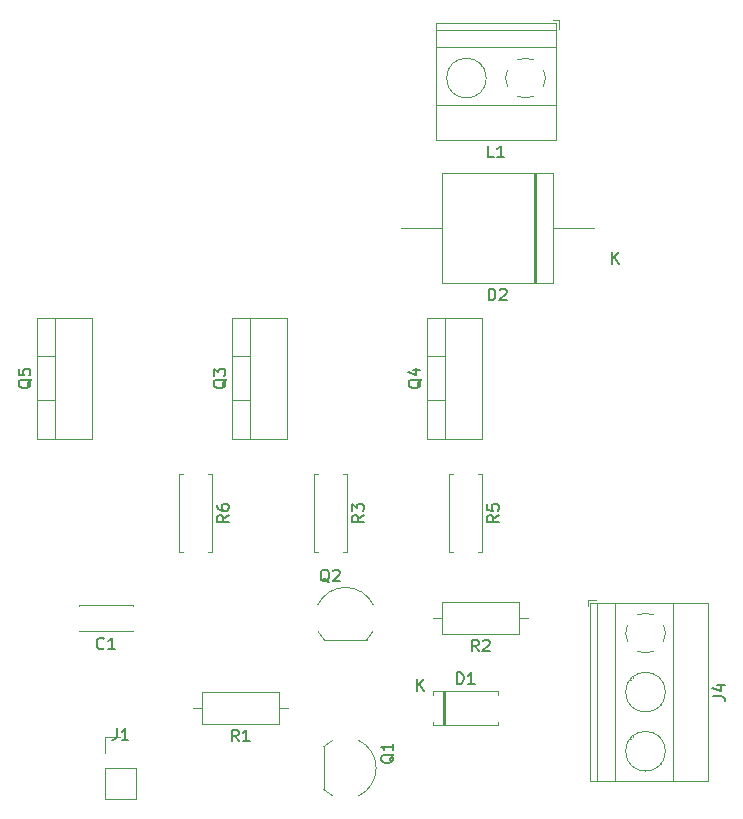
<source format=gbr>
G04 #@! TF.GenerationSoftware,KiCad,Pcbnew,(5.0.2)-1*
G04 #@! TF.CreationDate,2019-07-24T01:21:19+02:00*
G04 #@! TF.ProjectId,Cern2,4365726e-322e-46b6-9963-61645f706362,rev?*
G04 #@! TF.SameCoordinates,Original*
G04 #@! TF.FileFunction,Legend,Top*
G04 #@! TF.FilePolarity,Positive*
%FSLAX46Y46*%
G04 Gerber Fmt 4.6, Leading zero omitted, Abs format (unit mm)*
G04 Created by KiCad (PCBNEW (5.0.2)-1) date 24/07/2019 01:21:19*
%MOMM*%
%LPD*%
G01*
G04 APERTURE LIST*
%ADD10C,0.120000*%
%ADD11C,0.150000*%
G04 APERTURE END LIST*
D10*
G04 #@! TO.C,Q2*
X95034184Y-73512795D02*
G75*
G02X94510000Y-74240000I-2324184J1122795D01*
G01*
X95066400Y-71291193D02*
G75*
G03X92710000Y-69790000I-2356400J-1098807D01*
G01*
X90353600Y-71291193D02*
G75*
G02X92710000Y-69790000I2356400J-1098807D01*
G01*
X90385816Y-73512795D02*
G75*
G03X90910000Y-74240000I2324184J1122795D01*
G01*
X90910000Y-74240000D02*
X94510000Y-74240000D01*
G04 #@! TO.C,Q1*
X91587205Y-87414184D02*
G75*
G02X90860000Y-86890000I1122795J2324184D01*
G01*
X93808807Y-87446400D02*
G75*
G03X95310000Y-85090000I-1098807J2356400D01*
G01*
X93808807Y-82733600D02*
G75*
G02X95310000Y-85090000I-1098807J-2356400D01*
G01*
X91587205Y-82765816D02*
G75*
G03X90860000Y-83290000I1122795J-2324184D01*
G01*
X90860000Y-83290000D02*
X90860000Y-86890000D01*
G04 #@! TO.C,J1*
X72330000Y-82490000D02*
X73660000Y-82490000D01*
X72330000Y-83820000D02*
X72330000Y-82490000D01*
X72330000Y-85090000D02*
X74990000Y-85090000D01*
X74990000Y-85090000D02*
X74990000Y-87690000D01*
X72330000Y-85090000D02*
X72330000Y-87690000D01*
X72330000Y-87690000D02*
X74990000Y-87690000D01*
G04 #@! TO.C,R6*
X78640000Y-66770000D02*
X78970000Y-66770000D01*
X78640000Y-60230000D02*
X78640000Y-66770000D01*
X78970000Y-60230000D02*
X78640000Y-60230000D01*
X81380000Y-66770000D02*
X81050000Y-66770000D01*
X81380000Y-60230000D02*
X81380000Y-66770000D01*
X81050000Y-60230000D02*
X81380000Y-60230000D01*
G04 #@! TO.C,R5*
X101500000Y-66770000D02*
X101830000Y-66770000D01*
X101500000Y-60230000D02*
X101500000Y-66770000D01*
X101830000Y-60230000D02*
X101500000Y-60230000D01*
X104240000Y-66770000D02*
X103910000Y-66770000D01*
X104240000Y-60230000D02*
X104240000Y-66770000D01*
X103910000Y-60230000D02*
X104240000Y-60230000D01*
G04 #@! TO.C,R3*
X90070000Y-66770000D02*
X90400000Y-66770000D01*
X90070000Y-60230000D02*
X90070000Y-66770000D01*
X90400000Y-60230000D02*
X90070000Y-60230000D01*
X92810000Y-66770000D02*
X92480000Y-66770000D01*
X92810000Y-60230000D02*
X92810000Y-66770000D01*
X92480000Y-60230000D02*
X92810000Y-60230000D01*
G04 #@! TO.C,R2*
X100100000Y-72390000D02*
X100870000Y-72390000D01*
X108180000Y-72390000D02*
X107410000Y-72390000D01*
X100870000Y-73760000D02*
X107410000Y-73760000D01*
X100870000Y-71020000D02*
X100870000Y-73760000D01*
X107410000Y-71020000D02*
X100870000Y-71020000D01*
X107410000Y-73760000D02*
X107410000Y-71020000D01*
G04 #@! TO.C,R1*
X79780000Y-80010000D02*
X80550000Y-80010000D01*
X87860000Y-80010000D02*
X87090000Y-80010000D01*
X80550000Y-81380000D02*
X87090000Y-81380000D01*
X80550000Y-78640000D02*
X80550000Y-81380000D01*
X87090000Y-78640000D02*
X80550000Y-78640000D01*
X87090000Y-81380000D02*
X87090000Y-78640000D01*
G04 #@! TO.C,Q5*
X66580000Y-50219000D02*
X68090000Y-50219000D01*
X66580000Y-53920000D02*
X68090000Y-53920000D01*
X68090000Y-57190000D02*
X68090000Y-46950000D01*
X66580000Y-46950000D02*
X71221000Y-46950000D01*
X66580000Y-57190000D02*
X71221000Y-57190000D01*
X71221000Y-57190000D02*
X71221000Y-46950000D01*
X66580000Y-57190000D02*
X66580000Y-46950000D01*
G04 #@! TO.C,Q4*
X99600000Y-50219000D02*
X101110000Y-50219000D01*
X99600000Y-53920000D02*
X101110000Y-53920000D01*
X101110000Y-57190000D02*
X101110000Y-46950000D01*
X99600000Y-46950000D02*
X104241000Y-46950000D01*
X99600000Y-57190000D02*
X104241000Y-57190000D01*
X104241000Y-57190000D02*
X104241000Y-46950000D01*
X99600000Y-57190000D02*
X99600000Y-46950000D01*
G04 #@! TO.C,Q3*
X83090000Y-50219000D02*
X84600000Y-50219000D01*
X83090000Y-53920000D02*
X84600000Y-53920000D01*
X84600000Y-57190000D02*
X84600000Y-46950000D01*
X83090000Y-46950000D02*
X87731000Y-46950000D01*
X83090000Y-57190000D02*
X87731000Y-57190000D01*
X87731000Y-57190000D02*
X87731000Y-46950000D01*
X83090000Y-57190000D02*
X83090000Y-46950000D01*
G04 #@! TO.C,L1*
X110750000Y-21770000D02*
X110250000Y-21770000D01*
X110750000Y-22510000D02*
X110750000Y-21770000D01*
X104177000Y-25647000D02*
X104224000Y-25601000D01*
X101880000Y-27945000D02*
X101915000Y-27909000D01*
X103984000Y-25431000D02*
X104019000Y-25396000D01*
X101675000Y-27739000D02*
X101722000Y-27693000D01*
X100390000Y-31931000D02*
X100390000Y-22010000D01*
X110510000Y-31931000D02*
X110510000Y-22010000D01*
X110510000Y-22010000D02*
X100390000Y-22010000D01*
X110510000Y-31931000D02*
X100390000Y-31931000D01*
X110510000Y-28971000D02*
X100390000Y-28971000D01*
X110510000Y-24070000D02*
X100390000Y-24070000D01*
X110510000Y-22570000D02*
X100390000Y-22570000D01*
X104630000Y-26670000D02*
G75*
G03X104630000Y-26670000I-1680000J0D01*
G01*
X107921195Y-24989747D02*
G75*
G02X108634000Y-25135000I28805J-1680253D01*
G01*
X109485426Y-25986958D02*
G75*
G02X109485000Y-27354000I-1535426J-683042D01*
G01*
X108633042Y-28205426D02*
G75*
G02X107266000Y-28205000I-683042J1535426D01*
G01*
X106414574Y-27353042D02*
G75*
G02X106415000Y-25986000I1535426J683042D01*
G01*
X107266682Y-25135244D02*
G75*
G02X107950000Y-24990000I683318J-1534756D01*
G01*
G04 #@! TO.C,J4*
X113210000Y-70860000D02*
X113210000Y-71360000D01*
X113950000Y-70860000D02*
X113210000Y-70860000D01*
X117087000Y-82433000D02*
X117041000Y-82386000D01*
X119385000Y-84730000D02*
X119349000Y-84695000D01*
X116871000Y-82626000D02*
X116836000Y-82591000D01*
X119179000Y-84935000D02*
X119133000Y-84888000D01*
X117087000Y-77433000D02*
X117041000Y-77386000D01*
X119385000Y-79730000D02*
X119349000Y-79695000D01*
X116871000Y-77626000D02*
X116836000Y-77591000D01*
X119179000Y-79935000D02*
X119133000Y-79888000D01*
X123371000Y-86220000D02*
X113450000Y-86220000D01*
X123371000Y-71100000D02*
X113450000Y-71100000D01*
X113450000Y-71100000D02*
X113450000Y-86220000D01*
X123371000Y-71100000D02*
X123371000Y-86220000D01*
X120411000Y-71100000D02*
X120411000Y-86220000D01*
X115510000Y-71100000D02*
X115510000Y-86220000D01*
X114010000Y-71100000D02*
X114010000Y-86220000D01*
X119790000Y-83660000D02*
G75*
G03X119790000Y-83660000I-1680000J0D01*
G01*
X119790000Y-78660000D02*
G75*
G03X119790000Y-78660000I-1680000J0D01*
G01*
X116429747Y-73688805D02*
G75*
G02X116575000Y-72976000I1680253J28805D01*
G01*
X117426958Y-72124574D02*
G75*
G02X118794000Y-72125000I683042J-1535426D01*
G01*
X119645426Y-72976958D02*
G75*
G02X119645000Y-74344000I-1535426J-683042D01*
G01*
X118793042Y-75195426D02*
G75*
G02X117426000Y-75195000I-683042J1535426D01*
G01*
X116575244Y-74343318D02*
G75*
G02X116430000Y-73660000I1534756J683318D01*
G01*
G04 #@! TO.C,D2*
X108875000Y-44040000D02*
X108875000Y-34700000D01*
X108635000Y-44040000D02*
X108635000Y-34700000D01*
X108755000Y-44040000D02*
X108755000Y-34700000D01*
X97410000Y-39370000D02*
X100900000Y-39370000D01*
X113730000Y-39370000D02*
X110240000Y-39370000D01*
X100900000Y-44040000D02*
X110240000Y-44040000D01*
X100900000Y-34700000D02*
X100900000Y-44040000D01*
X110240000Y-34700000D02*
X100900000Y-34700000D01*
X110240000Y-44040000D02*
X110240000Y-34700000D01*
G04 #@! TO.C,D1*
X100930000Y-78540000D02*
X100930000Y-81480000D01*
X101170000Y-78540000D02*
X101170000Y-81480000D01*
X101050000Y-78540000D02*
X101050000Y-81480000D01*
X105590000Y-81480000D02*
X105590000Y-81150000D01*
X100150000Y-81480000D02*
X105590000Y-81480000D01*
X100150000Y-81150000D02*
X100150000Y-81480000D01*
X105590000Y-78540000D02*
X105590000Y-78870000D01*
X100150000Y-78540000D02*
X105590000Y-78540000D01*
X100150000Y-78870000D02*
X100150000Y-78540000D01*
G04 #@! TO.C,C1*
X74700000Y-73460000D02*
X70160000Y-73460000D01*
X74700000Y-71320000D02*
X70160000Y-71320000D01*
X74700000Y-73460000D02*
X74700000Y-73445000D01*
X74700000Y-71335000D02*
X74700000Y-71320000D01*
X70160000Y-73460000D02*
X70160000Y-73445000D01*
X70160000Y-71335000D02*
X70160000Y-71320000D01*
G04 #@! TO.C,Q2*
D11*
X91344761Y-69377619D02*
X91249523Y-69330000D01*
X91154285Y-69234761D01*
X91011428Y-69091904D01*
X90916190Y-69044285D01*
X90820952Y-69044285D01*
X90868571Y-69282380D02*
X90773333Y-69234761D01*
X90678095Y-69139523D01*
X90630476Y-68949047D01*
X90630476Y-68615714D01*
X90678095Y-68425238D01*
X90773333Y-68330000D01*
X90868571Y-68282380D01*
X91059047Y-68282380D01*
X91154285Y-68330000D01*
X91249523Y-68425238D01*
X91297142Y-68615714D01*
X91297142Y-68949047D01*
X91249523Y-69139523D01*
X91154285Y-69234761D01*
X91059047Y-69282380D01*
X90868571Y-69282380D01*
X91678095Y-68377619D02*
X91725714Y-68330000D01*
X91820952Y-68282380D01*
X92059047Y-68282380D01*
X92154285Y-68330000D01*
X92201904Y-68377619D01*
X92249523Y-68472857D01*
X92249523Y-68568095D01*
X92201904Y-68710952D01*
X91630476Y-69282380D01*
X92249523Y-69282380D01*
G04 #@! TO.C,Q1*
X96817619Y-83915238D02*
X96770000Y-84010476D01*
X96674761Y-84105714D01*
X96531904Y-84248571D01*
X96484285Y-84343809D01*
X96484285Y-84439047D01*
X96722380Y-84391428D02*
X96674761Y-84486666D01*
X96579523Y-84581904D01*
X96389047Y-84629523D01*
X96055714Y-84629523D01*
X95865238Y-84581904D01*
X95770000Y-84486666D01*
X95722380Y-84391428D01*
X95722380Y-84200952D01*
X95770000Y-84105714D01*
X95865238Y-84010476D01*
X96055714Y-83962857D01*
X96389047Y-83962857D01*
X96579523Y-84010476D01*
X96674761Y-84105714D01*
X96722380Y-84200952D01*
X96722380Y-84391428D01*
X96722380Y-83010476D02*
X96722380Y-83581904D01*
X96722380Y-83296190D02*
X95722380Y-83296190D01*
X95865238Y-83391428D01*
X95960476Y-83486666D01*
X96008095Y-83581904D01*
G04 #@! TO.C,J1*
X73326666Y-81712380D02*
X73326666Y-82426666D01*
X73279047Y-82569523D01*
X73183809Y-82664761D01*
X73040952Y-82712380D01*
X72945714Y-82712380D01*
X74326666Y-82712380D02*
X73755238Y-82712380D01*
X74040952Y-82712380D02*
X74040952Y-81712380D01*
X73945714Y-81855238D01*
X73850476Y-81950476D01*
X73755238Y-81998095D01*
G04 #@! TO.C,R6*
X82832380Y-63666666D02*
X82356190Y-64000000D01*
X82832380Y-64238095D02*
X81832380Y-64238095D01*
X81832380Y-63857142D01*
X81880000Y-63761904D01*
X81927619Y-63714285D01*
X82022857Y-63666666D01*
X82165714Y-63666666D01*
X82260952Y-63714285D01*
X82308571Y-63761904D01*
X82356190Y-63857142D01*
X82356190Y-64238095D01*
X81832380Y-62809523D02*
X81832380Y-63000000D01*
X81880000Y-63095238D01*
X81927619Y-63142857D01*
X82070476Y-63238095D01*
X82260952Y-63285714D01*
X82641904Y-63285714D01*
X82737142Y-63238095D01*
X82784761Y-63190476D01*
X82832380Y-63095238D01*
X82832380Y-62904761D01*
X82784761Y-62809523D01*
X82737142Y-62761904D01*
X82641904Y-62714285D01*
X82403809Y-62714285D01*
X82308571Y-62761904D01*
X82260952Y-62809523D01*
X82213333Y-62904761D01*
X82213333Y-63095238D01*
X82260952Y-63190476D01*
X82308571Y-63238095D01*
X82403809Y-63285714D01*
G04 #@! TO.C,R5*
X105692380Y-63666666D02*
X105216190Y-64000000D01*
X105692380Y-64238095D02*
X104692380Y-64238095D01*
X104692380Y-63857142D01*
X104740000Y-63761904D01*
X104787619Y-63714285D01*
X104882857Y-63666666D01*
X105025714Y-63666666D01*
X105120952Y-63714285D01*
X105168571Y-63761904D01*
X105216190Y-63857142D01*
X105216190Y-64238095D01*
X104692380Y-62761904D02*
X104692380Y-63238095D01*
X105168571Y-63285714D01*
X105120952Y-63238095D01*
X105073333Y-63142857D01*
X105073333Y-62904761D01*
X105120952Y-62809523D01*
X105168571Y-62761904D01*
X105263809Y-62714285D01*
X105501904Y-62714285D01*
X105597142Y-62761904D01*
X105644761Y-62809523D01*
X105692380Y-62904761D01*
X105692380Y-63142857D01*
X105644761Y-63238095D01*
X105597142Y-63285714D01*
G04 #@! TO.C,R3*
X94262380Y-63666666D02*
X93786190Y-64000000D01*
X94262380Y-64238095D02*
X93262380Y-64238095D01*
X93262380Y-63857142D01*
X93310000Y-63761904D01*
X93357619Y-63714285D01*
X93452857Y-63666666D01*
X93595714Y-63666666D01*
X93690952Y-63714285D01*
X93738571Y-63761904D01*
X93786190Y-63857142D01*
X93786190Y-64238095D01*
X93262380Y-63333333D02*
X93262380Y-62714285D01*
X93643333Y-63047619D01*
X93643333Y-62904761D01*
X93690952Y-62809523D01*
X93738571Y-62761904D01*
X93833809Y-62714285D01*
X94071904Y-62714285D01*
X94167142Y-62761904D01*
X94214761Y-62809523D01*
X94262380Y-62904761D01*
X94262380Y-63190476D01*
X94214761Y-63285714D01*
X94167142Y-63333333D01*
G04 #@! TO.C,R2*
X103973333Y-75212380D02*
X103640000Y-74736190D01*
X103401904Y-75212380D02*
X103401904Y-74212380D01*
X103782857Y-74212380D01*
X103878095Y-74260000D01*
X103925714Y-74307619D01*
X103973333Y-74402857D01*
X103973333Y-74545714D01*
X103925714Y-74640952D01*
X103878095Y-74688571D01*
X103782857Y-74736190D01*
X103401904Y-74736190D01*
X104354285Y-74307619D02*
X104401904Y-74260000D01*
X104497142Y-74212380D01*
X104735238Y-74212380D01*
X104830476Y-74260000D01*
X104878095Y-74307619D01*
X104925714Y-74402857D01*
X104925714Y-74498095D01*
X104878095Y-74640952D01*
X104306666Y-75212380D01*
X104925714Y-75212380D01*
G04 #@! TO.C,R1*
X83653333Y-82832380D02*
X83320000Y-82356190D01*
X83081904Y-82832380D02*
X83081904Y-81832380D01*
X83462857Y-81832380D01*
X83558095Y-81880000D01*
X83605714Y-81927619D01*
X83653333Y-82022857D01*
X83653333Y-82165714D01*
X83605714Y-82260952D01*
X83558095Y-82308571D01*
X83462857Y-82356190D01*
X83081904Y-82356190D01*
X84605714Y-82832380D02*
X84034285Y-82832380D01*
X84320000Y-82832380D02*
X84320000Y-81832380D01*
X84224761Y-81975238D01*
X84129523Y-82070476D01*
X84034285Y-82118095D01*
G04 #@! TO.C,Q5*
X66127619Y-52165238D02*
X66080000Y-52260476D01*
X65984761Y-52355714D01*
X65841904Y-52498571D01*
X65794285Y-52593809D01*
X65794285Y-52689047D01*
X66032380Y-52641428D02*
X65984761Y-52736666D01*
X65889523Y-52831904D01*
X65699047Y-52879523D01*
X65365714Y-52879523D01*
X65175238Y-52831904D01*
X65080000Y-52736666D01*
X65032380Y-52641428D01*
X65032380Y-52450952D01*
X65080000Y-52355714D01*
X65175238Y-52260476D01*
X65365714Y-52212857D01*
X65699047Y-52212857D01*
X65889523Y-52260476D01*
X65984761Y-52355714D01*
X66032380Y-52450952D01*
X66032380Y-52641428D01*
X65032380Y-51308095D02*
X65032380Y-51784285D01*
X65508571Y-51831904D01*
X65460952Y-51784285D01*
X65413333Y-51689047D01*
X65413333Y-51450952D01*
X65460952Y-51355714D01*
X65508571Y-51308095D01*
X65603809Y-51260476D01*
X65841904Y-51260476D01*
X65937142Y-51308095D01*
X65984761Y-51355714D01*
X66032380Y-51450952D01*
X66032380Y-51689047D01*
X65984761Y-51784285D01*
X65937142Y-51831904D01*
G04 #@! TO.C,Q4*
X99147619Y-52165238D02*
X99100000Y-52260476D01*
X99004761Y-52355714D01*
X98861904Y-52498571D01*
X98814285Y-52593809D01*
X98814285Y-52689047D01*
X99052380Y-52641428D02*
X99004761Y-52736666D01*
X98909523Y-52831904D01*
X98719047Y-52879523D01*
X98385714Y-52879523D01*
X98195238Y-52831904D01*
X98100000Y-52736666D01*
X98052380Y-52641428D01*
X98052380Y-52450952D01*
X98100000Y-52355714D01*
X98195238Y-52260476D01*
X98385714Y-52212857D01*
X98719047Y-52212857D01*
X98909523Y-52260476D01*
X99004761Y-52355714D01*
X99052380Y-52450952D01*
X99052380Y-52641428D01*
X98385714Y-51355714D02*
X99052380Y-51355714D01*
X98004761Y-51593809D02*
X98719047Y-51831904D01*
X98719047Y-51212857D01*
G04 #@! TO.C,Q3*
X82637619Y-52165238D02*
X82590000Y-52260476D01*
X82494761Y-52355714D01*
X82351904Y-52498571D01*
X82304285Y-52593809D01*
X82304285Y-52689047D01*
X82542380Y-52641428D02*
X82494761Y-52736666D01*
X82399523Y-52831904D01*
X82209047Y-52879523D01*
X81875714Y-52879523D01*
X81685238Y-52831904D01*
X81590000Y-52736666D01*
X81542380Y-52641428D01*
X81542380Y-52450952D01*
X81590000Y-52355714D01*
X81685238Y-52260476D01*
X81875714Y-52212857D01*
X82209047Y-52212857D01*
X82399523Y-52260476D01*
X82494761Y-52355714D01*
X82542380Y-52450952D01*
X82542380Y-52641428D01*
X81542380Y-51879523D02*
X81542380Y-51260476D01*
X81923333Y-51593809D01*
X81923333Y-51450952D01*
X81970952Y-51355714D01*
X82018571Y-51308095D01*
X82113809Y-51260476D01*
X82351904Y-51260476D01*
X82447142Y-51308095D01*
X82494761Y-51355714D01*
X82542380Y-51450952D01*
X82542380Y-51736666D01*
X82494761Y-51831904D01*
X82447142Y-51879523D01*
G04 #@! TO.C,L1*
X105283333Y-33382380D02*
X104807142Y-33382380D01*
X104807142Y-32382380D01*
X106140476Y-33382380D02*
X105569047Y-33382380D01*
X105854761Y-33382380D02*
X105854761Y-32382380D01*
X105759523Y-32525238D01*
X105664285Y-32620476D01*
X105569047Y-32668095D01*
G04 #@! TO.C,J4*
X123822380Y-78993333D02*
X124536666Y-78993333D01*
X124679523Y-79040952D01*
X124774761Y-79136190D01*
X124822380Y-79279047D01*
X124822380Y-79374285D01*
X124155714Y-78088571D02*
X124822380Y-78088571D01*
X123774761Y-78326666D02*
X124489047Y-78564761D01*
X124489047Y-77945714D01*
G04 #@! TO.C,D2*
X104831904Y-45492380D02*
X104831904Y-44492380D01*
X105070000Y-44492380D01*
X105212857Y-44540000D01*
X105308095Y-44635238D01*
X105355714Y-44730476D01*
X105403333Y-44920952D01*
X105403333Y-45063809D01*
X105355714Y-45254285D01*
X105308095Y-45349523D01*
X105212857Y-45444761D01*
X105070000Y-45492380D01*
X104831904Y-45492380D01*
X105784285Y-44587619D02*
X105831904Y-44540000D01*
X105927142Y-44492380D01*
X106165238Y-44492380D01*
X106260476Y-44540000D01*
X106308095Y-44587619D01*
X106355714Y-44682857D01*
X106355714Y-44778095D01*
X106308095Y-44920952D01*
X105736666Y-45492380D01*
X106355714Y-45492380D01*
X115308095Y-42422380D02*
X115308095Y-41422380D01*
X115879523Y-42422380D02*
X115450952Y-41850952D01*
X115879523Y-41422380D02*
X115308095Y-41993809D01*
G04 #@! TO.C,D1*
X102131904Y-77992380D02*
X102131904Y-76992380D01*
X102370000Y-76992380D01*
X102512857Y-77040000D01*
X102608095Y-77135238D01*
X102655714Y-77230476D01*
X102703333Y-77420952D01*
X102703333Y-77563809D01*
X102655714Y-77754285D01*
X102608095Y-77849523D01*
X102512857Y-77944761D01*
X102370000Y-77992380D01*
X102131904Y-77992380D01*
X103655714Y-77992380D02*
X103084285Y-77992380D01*
X103370000Y-77992380D02*
X103370000Y-76992380D01*
X103274761Y-77135238D01*
X103179523Y-77230476D01*
X103084285Y-77278095D01*
X98798095Y-78562380D02*
X98798095Y-77562380D01*
X99369523Y-78562380D02*
X98940952Y-77990952D01*
X99369523Y-77562380D02*
X98798095Y-78133809D01*
G04 #@! TO.C,C1*
X72263333Y-74947142D02*
X72215714Y-74994761D01*
X72072857Y-75042380D01*
X71977619Y-75042380D01*
X71834761Y-74994761D01*
X71739523Y-74899523D01*
X71691904Y-74804285D01*
X71644285Y-74613809D01*
X71644285Y-74470952D01*
X71691904Y-74280476D01*
X71739523Y-74185238D01*
X71834761Y-74090000D01*
X71977619Y-74042380D01*
X72072857Y-74042380D01*
X72215714Y-74090000D01*
X72263333Y-74137619D01*
X73215714Y-75042380D02*
X72644285Y-75042380D01*
X72930000Y-75042380D02*
X72930000Y-74042380D01*
X72834761Y-74185238D01*
X72739523Y-74280476D01*
X72644285Y-74328095D01*
G04 #@! TD*
M02*

</source>
